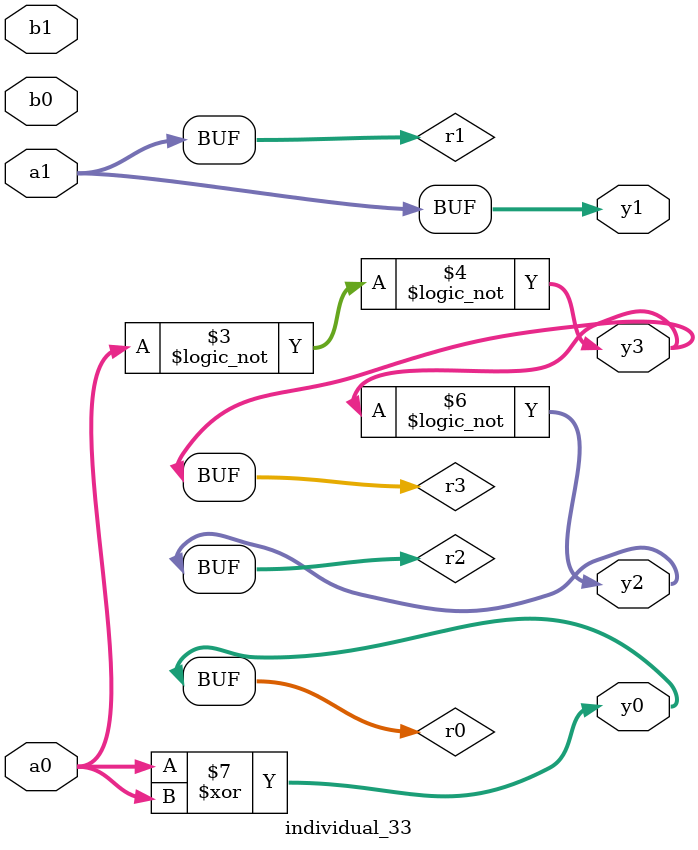
<source format=sv>
module individual_33(input logic [15:0] a1, input logic [15:0] a0, input logic [15:0] b1, input logic [15:0] b0, output logic [15:0] y3, output logic [15:0] y2, output logic [15:0] y1, output logic [15:0] y0);
logic [15:0] r0, r1, r2, r3; 
 always@(*) begin 
	 r0 = a0; r1 = a1; r2 = b0; r3 = b1; 
 	 r3  &=  r3 ;
 	 r2 = ! a0 ;
 	 r3 = ! r2 ;
 	 r2  ^=  r0 ;
 	 r2 = ! r3 ;
 	 r0  ^=  r0 ;
 	 y3 = r3; y2 = r2; y1 = r1; y0 = r0; 
end
endmodule
</source>
